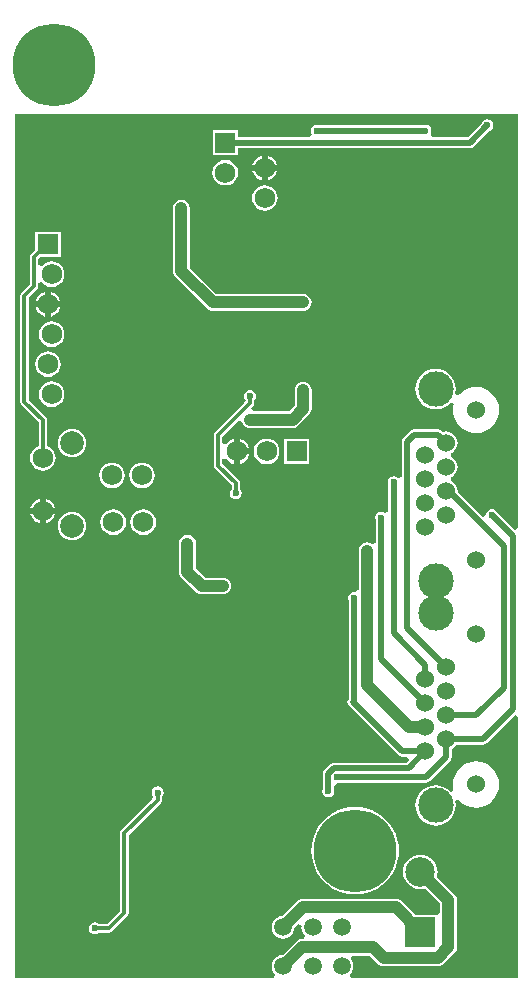
<source format=gbl>
G04*
G04 #@! TF.GenerationSoftware,Altium Limited,Altium Designer,20.0.11 (256)*
G04*
G04 Layer_Physical_Order=2*
G04 Layer_Color=16711680*
%FSLAX25Y25*%
%MOIN*%
G70*
G01*
G75*
%ADD68C,0.01968*%
%ADD69C,0.03937*%
%ADD70C,0.01181*%
%ADD72C,0.06890*%
%ADD73R,0.06890X0.06890*%
%ADD74R,0.09843X0.09843*%
%ADD75C,0.09843*%
%ADD76R,0.06890X0.06890*%
%ADD77C,0.05906*%
%ADD78C,0.07874*%
%ADD79C,0.06000*%
%ADD80C,0.11811*%
%ADD81C,0.27559*%
%ADD82C,0.02362*%
%ADD83C,0.03937*%
G36*
X168489Y150698D02*
X167307Y150209D01*
X161635Y155881D01*
X161618Y155966D01*
X161183Y156617D01*
X160532Y157052D01*
X159764Y157205D01*
X158996Y157052D01*
X158345Y156617D01*
X157910Y155966D01*
X157757Y155198D01*
X157773Y155114D01*
X156685Y154532D01*
X148271Y162946D01*
X148308Y163229D01*
X148178Y164218D01*
X147796Y165139D01*
X147189Y165930D01*
X146398Y166537D01*
X146233Y166606D01*
Y167884D01*
X146398Y167952D01*
X147189Y168560D01*
X147796Y169351D01*
X148178Y170272D01*
X148308Y171261D01*
X148178Y172249D01*
X147796Y173171D01*
X147189Y173962D01*
X146398Y174569D01*
X146233Y174637D01*
Y175916D01*
X146398Y175984D01*
X147189Y176591D01*
X147796Y177382D01*
X148178Y178304D01*
X148308Y179292D01*
X148178Y180281D01*
X147796Y181202D01*
X147189Y181993D01*
X146398Y182600D01*
X145477Y182982D01*
X144488Y183112D01*
X143500Y182982D01*
X143396Y182939D01*
X143167Y183168D01*
X142581Y183560D01*
X141890Y183697D01*
X133858D01*
X133167Y183560D01*
X132581Y183168D01*
X130219Y180806D01*
X129827Y180220D01*
X129690Y179528D01*
Y167739D01*
X128509Y167381D01*
X128388Y167562D01*
X127737Y167997D01*
X126969Y168150D01*
X126200Y167997D01*
X125549Y167562D01*
X125114Y166911D01*
X124961Y166143D01*
X125114Y165375D01*
X125162Y165303D01*
Y156456D01*
X124922Y156270D01*
X123981Y155933D01*
X123603Y156186D01*
X122835Y156339D01*
X122067Y156186D01*
X121415Y155751D01*
X120980Y155100D01*
X120828Y154332D01*
X120980Y153563D01*
X121028Y153492D01*
Y145972D01*
X120643Y145689D01*
X119847Y145449D01*
X119500Y145715D01*
X118830Y145993D01*
X118110Y146088D01*
X117391Y145993D01*
X116720Y145715D01*
X116145Y145273D01*
X115703Y144698D01*
X115425Y144027D01*
X115331Y143308D01*
Y130311D01*
X115132Y130083D01*
X114149Y129493D01*
X113779Y129566D01*
X113012Y129413D01*
X112360Y128978D01*
X111925Y128327D01*
X111773Y127559D01*
X111925Y126791D01*
X111973Y126719D01*
Y93989D01*
X111717Y93606D01*
X111580Y92914D01*
X111717Y92223D01*
X112109Y91637D01*
X128644Y75102D01*
X129230Y74710D01*
X129921Y74572D01*
X131576D01*
X132028Y73481D01*
X131220Y72673D01*
X107241D01*
X106550Y72536D01*
X105964Y72144D01*
X103944Y70124D01*
X103552Y69538D01*
X103415Y68847D01*
Y63938D01*
X103367Y63867D01*
X103214Y63099D01*
X103367Y62331D01*
X103802Y61680D01*
X104453Y61244D01*
X105221Y61092D01*
X105990Y61244D01*
X106641Y61680D01*
X107076Y62331D01*
X107229Y63099D01*
X107076Y63867D01*
X107028Y63938D01*
Y64866D01*
X108209Y65722D01*
X108268Y65710D01*
X109036Y65863D01*
X109107Y65911D01*
X137835D01*
X138526Y66049D01*
X139112Y66440D01*
X145765Y73094D01*
X146157Y73680D01*
X146295Y74371D01*
Y77043D01*
X146398Y77086D01*
X147189Y77693D01*
X147796Y78484D01*
X147839Y78588D01*
X156772D01*
X157463Y78726D01*
X158049Y79117D01*
X167307Y88376D01*
X168489Y87887D01*
Y803D01*
X112816D01*
X112415Y1984D01*
X112510Y2057D01*
X113110Y2838D01*
X113486Y3748D01*
X113615Y4724D01*
X113486Y5701D01*
X113110Y6611D01*
X112762Y7063D01*
X113171Y8125D01*
X113278Y8244D01*
X118927D01*
X121657Y5515D01*
X122232Y5073D01*
X122903Y4795D01*
X123622Y4701D01*
X141732D01*
X142452Y4795D01*
X143122Y5073D01*
X143698Y5515D01*
X147241Y9058D01*
X147683Y9634D01*
X147960Y10304D01*
X148055Y11024D01*
Y26850D01*
X147960Y27570D01*
X147683Y28240D01*
X147241Y28816D01*
X141398Y34659D01*
X141532Y35101D01*
X141642Y36220D01*
X141532Y37340D01*
X141205Y38416D01*
X140675Y39407D01*
X139962Y40277D01*
X139092Y40990D01*
X138101Y41520D01*
X137025Y41846D01*
X135906Y41957D01*
X134786Y41846D01*
X133710Y41520D01*
X132719Y40990D01*
X131849Y40277D01*
X131136Y39407D01*
X130606Y38416D01*
X130279Y37340D01*
X130169Y36220D01*
X130279Y35101D01*
X130606Y34025D01*
X131136Y33034D01*
X131849Y32164D01*
X132719Y31451D01*
X133710Y30921D01*
X134786Y30594D01*
X135906Y30484D01*
X137025Y30594D01*
X137467Y30728D01*
X142496Y25699D01*
Y22652D01*
X141614Y21929D01*
X134128D01*
X129682Y26375D01*
X129106Y26817D01*
X128436Y27094D01*
X127717Y27189D01*
X96850D01*
X96131Y27094D01*
X95461Y26817D01*
X94885Y26375D01*
X89975Y21465D01*
X89181Y21360D01*
X88271Y20983D01*
X87490Y20384D01*
X86891Y19603D01*
X86514Y18693D01*
X86385Y17717D01*
X86514Y16740D01*
X86891Y15830D01*
X87490Y15049D01*
X88271Y14449D01*
X89181Y14073D01*
X90158Y13944D01*
X91134Y14073D01*
X92044Y14449D01*
X92825Y15049D01*
X93424Y15830D01*
X93801Y16740D01*
X93906Y17534D01*
X95180Y18808D01*
X96299Y18256D01*
X96228Y17717D01*
X96356Y16740D01*
X96733Y15830D01*
X97333Y15049D01*
X97417Y14984D01*
X97016Y13803D01*
X96457D01*
X95737Y13709D01*
X95067Y13431D01*
X94491Y12989D01*
X89975Y8473D01*
X89181Y8368D01*
X88271Y7991D01*
X87490Y7392D01*
X86891Y6611D01*
X86514Y5701D01*
X86385Y4724D01*
X86514Y3748D01*
X86891Y2838D01*
X87490Y2057D01*
X87585Y1984D01*
X87184Y803D01*
X803D01*
X803Y288976D01*
X168489D01*
X168489Y150698D01*
D02*
G37*
%LPC*%
G36*
X158268Y287046D02*
X157500Y286894D01*
X156849Y286459D01*
X156413Y285807D01*
X156397Y285723D01*
X151771Y281098D01*
X139858D01*
X139305Y282279D01*
X139453Y282500D01*
X139605Y283268D01*
X139453Y284036D01*
X139018Y284687D01*
X138366Y285122D01*
X137598Y285275D01*
X136830Y285122D01*
X136759Y285074D01*
X102308D01*
X102236Y285122D01*
X101468Y285275D01*
X100700Y285122D01*
X100049Y284687D01*
X99614Y284036D01*
X99461Y283268D01*
X99614Y282500D01*
X99761Y282279D01*
X99209Y281098D01*
X75098D01*
Y283524D01*
X66634D01*
Y275059D01*
X75098D01*
Y277485D01*
X152520Y277485D01*
X153211Y277623D01*
X153797Y278014D01*
X158951Y283168D01*
X159036Y283185D01*
X159687Y283620D01*
X160122Y284271D01*
X160275Y285039D01*
X160122Y285807D01*
X159687Y286459D01*
X159036Y286894D01*
X158268Y287046D01*
D02*
G37*
G36*
X85039Y275009D02*
Y271854D01*
X88194D01*
X88178Y271974D01*
X87752Y273004D01*
X87074Y273888D01*
X86190Y274566D01*
X85160Y274993D01*
X85039Y275009D01*
D02*
G37*
G36*
X83071D02*
X82950Y274993D01*
X81921Y274566D01*
X81037Y273888D01*
X80358Y273004D01*
X79932Y271974D01*
X79916Y271854D01*
X83071D01*
Y275009D01*
D02*
G37*
G36*
X88194Y269885D02*
X85039D01*
Y266730D01*
X85160Y266746D01*
X86190Y267173D01*
X87074Y267851D01*
X87752Y268735D01*
X88178Y269765D01*
X88194Y269885D01*
D02*
G37*
G36*
X83071D02*
X79916D01*
X79932Y269765D01*
X80358Y268735D01*
X81037Y267851D01*
X81921Y267173D01*
X82950Y266746D01*
X83071Y266730D01*
Y269885D01*
D02*
G37*
G36*
X70866Y273560D02*
X69761Y273415D01*
X68732Y272988D01*
X67848Y272310D01*
X67169Y271426D01*
X66743Y270396D01*
X66597Y269291D01*
X66743Y268186D01*
X67169Y267157D01*
X67848Y266273D01*
X68732Y265595D01*
X69761Y265168D01*
X70866Y265022D01*
X71971Y265168D01*
X73001Y265595D01*
X73885Y266273D01*
X74563Y267157D01*
X74989Y268186D01*
X75135Y269291D01*
X74989Y270396D01*
X74563Y271426D01*
X73885Y272310D01*
X73001Y272988D01*
X71971Y273415D01*
X70866Y273560D01*
D02*
G37*
G36*
X84055Y265138D02*
X82950Y264993D01*
X81921Y264566D01*
X81037Y263888D01*
X80358Y263004D01*
X79932Y261974D01*
X79786Y260870D01*
X79932Y259765D01*
X80358Y258735D01*
X81037Y257851D01*
X81921Y257173D01*
X82950Y256746D01*
X84055Y256601D01*
X85160Y256746D01*
X86190Y257173D01*
X87074Y257851D01*
X87752Y258735D01*
X88178Y259765D01*
X88324Y260870D01*
X88178Y261974D01*
X87752Y263004D01*
X87074Y263888D01*
X86190Y264566D01*
X85160Y264993D01*
X84055Y265138D01*
D02*
G37*
G36*
X16043Y249665D02*
X7579D01*
Y243522D01*
X6093Y242037D01*
X5789Y241581D01*
X5682Y241043D01*
Y232078D01*
X2944Y229340D01*
X2639Y228884D01*
X2532Y228346D01*
Y192913D01*
X2639Y192376D01*
X2944Y191920D01*
X8654Y186209D01*
Y178212D01*
X7925Y177910D01*
X7041Y177231D01*
X6362Y176347D01*
X5936Y175317D01*
X5790Y174213D01*
X5936Y173108D01*
X6362Y172078D01*
X7041Y171194D01*
X7925Y170516D01*
X8954Y170089D01*
X10059Y169944D01*
X11164Y170089D01*
X12194Y170516D01*
X13078Y171194D01*
X13756Y172078D01*
X14182Y173108D01*
X14328Y174213D01*
X14182Y175317D01*
X13756Y176347D01*
X13078Y177231D01*
X12194Y177910D01*
X11464Y178212D01*
Y186791D01*
X11357Y187329D01*
X11052Y187785D01*
X5342Y193495D01*
Y227765D01*
X8080Y230503D01*
X8385Y230958D01*
X8492Y231496D01*
Y232406D01*
X9673Y232807D01*
X9974Y232415D01*
X10858Y231736D01*
X11887Y231310D01*
X12992Y231164D01*
X14097Y231310D01*
X15126Y231736D01*
X16011Y232415D01*
X16689Y233299D01*
X17116Y234328D01*
X17261Y235433D01*
X17116Y236538D01*
X16689Y237567D01*
X16011Y238452D01*
X15126Y239130D01*
X14097Y239556D01*
X12992Y239702D01*
X11887Y239556D01*
X10858Y239130D01*
X9974Y238452D01*
X9673Y238059D01*
X8492Y238460D01*
Y240461D01*
X9231Y241201D01*
X16043D01*
Y249665D01*
D02*
G37*
G36*
X12795Y229572D02*
Y226417D01*
X15950D01*
X15934Y226538D01*
X15508Y227568D01*
X14830Y228452D01*
X13945Y229130D01*
X12916Y229556D01*
X12795Y229572D01*
D02*
G37*
G36*
X10827Y229572D02*
X10706Y229556D01*
X9677Y229130D01*
X8793Y228452D01*
X8114Y227568D01*
X7688Y226538D01*
X7672Y226417D01*
X10827D01*
Y229572D01*
D02*
G37*
G36*
X56264Y260260D02*
X55545Y260165D01*
X54874Y259888D01*
X54299Y259446D01*
X53857Y258870D01*
X53579Y258200D01*
X53484Y257480D01*
Y236480D01*
X53579Y235761D01*
X53857Y235091D01*
X54299Y234515D01*
X64757Y224056D01*
X65333Y223615D01*
X66003Y223337D01*
X66723Y223242D01*
X96850D01*
X97570Y223337D01*
X98240Y223615D01*
X98816Y224056D01*
X99258Y224632D01*
X99535Y225303D01*
X99630Y226022D01*
X99535Y226741D01*
X99258Y227412D01*
X98816Y227988D01*
X98240Y228429D01*
X97570Y228707D01*
X96850Y228802D01*
X67874D01*
X59044Y237632D01*
Y257480D01*
X58949Y258200D01*
X58671Y258870D01*
X58230Y259446D01*
X57654Y259888D01*
X56983Y260165D01*
X56264Y260260D01*
D02*
G37*
G36*
X15950Y224449D02*
X12795D01*
Y221294D01*
X12916Y221310D01*
X13945Y221736D01*
X14830Y222415D01*
X15508Y223299D01*
X15934Y224328D01*
X15950Y224449D01*
D02*
G37*
G36*
X10827D02*
X7672D01*
X7688Y224328D01*
X8114Y223299D01*
X8793Y222415D01*
X9677Y221736D01*
X10706Y221310D01*
X10827Y221294D01*
Y224449D01*
D02*
G37*
G36*
X12992Y219702D02*
X11887Y219556D01*
X10858Y219130D01*
X9974Y218452D01*
X9295Y217567D01*
X8869Y216538D01*
X8723Y215433D01*
X8869Y214328D01*
X9295Y213299D01*
X9974Y212415D01*
X10858Y211736D01*
X11887Y211310D01*
X12992Y211164D01*
X14097Y211310D01*
X15126Y211736D01*
X16011Y212415D01*
X16689Y213299D01*
X17116Y214328D01*
X17261Y215433D01*
X17116Y216538D01*
X16689Y217567D01*
X16011Y218452D01*
X15126Y219130D01*
X14097Y219556D01*
X12992Y219702D01*
D02*
G37*
G36*
X11811Y209702D02*
X10706Y209556D01*
X9677Y209130D01*
X8793Y208452D01*
X8114Y207568D01*
X7688Y206538D01*
X7542Y205433D01*
X7688Y204328D01*
X8114Y203299D01*
X8793Y202415D01*
X9677Y201736D01*
X10706Y201310D01*
X11811Y201164D01*
X12916Y201310D01*
X13945Y201736D01*
X14830Y202415D01*
X15508Y203299D01*
X15934Y204328D01*
X16080Y205433D01*
X15934Y206538D01*
X15508Y207568D01*
X14830Y208452D01*
X13945Y209130D01*
X12916Y209556D01*
X11811Y209702D01*
D02*
G37*
G36*
X12992Y199702D02*
X11887Y199556D01*
X10858Y199130D01*
X9974Y198452D01*
X9295Y197567D01*
X8869Y196538D01*
X8723Y195433D01*
X8869Y194328D01*
X9295Y193299D01*
X9974Y192415D01*
X10858Y191736D01*
X11887Y191310D01*
X12992Y191164D01*
X14097Y191310D01*
X15126Y191736D01*
X16011Y192415D01*
X16689Y193299D01*
X17116Y194328D01*
X17261Y195433D01*
X17116Y196538D01*
X16689Y197567D01*
X16011Y198452D01*
X15126Y199130D01*
X14097Y199556D01*
X12992Y199702D01*
D02*
G37*
G36*
X96850Y199630D02*
X96131Y199535D01*
X95460Y199258D01*
X94885Y198816D01*
X94443Y198240D01*
X94165Y197570D01*
X94071Y196850D01*
Y191702D01*
X92156Y189788D01*
X80059D01*
X79570Y190969D01*
X80127Y191526D01*
X80432Y191982D01*
X80539Y192520D01*
Y193453D01*
X80553Y193463D01*
X80988Y194114D01*
X81141Y194882D01*
X80988Y195650D01*
X80553Y196301D01*
X79902Y196736D01*
X79134Y196889D01*
X78366Y196736D01*
X77715Y196301D01*
X77280Y195650D01*
X77127Y194882D01*
X77280Y194114D01*
X77715Y193463D01*
X77094Y192467D01*
X67510Y182883D01*
X67206Y182427D01*
X67099Y181890D01*
Y171653D01*
X67206Y171116D01*
X67510Y170660D01*
X73005Y165166D01*
Y163830D01*
X72990Y163821D01*
X72555Y163170D01*
X72402Y162402D01*
X72555Y161634D01*
X72990Y160982D01*
X73641Y160547D01*
X74409Y160395D01*
X75178Y160547D01*
X75829Y160982D01*
X76264Y161634D01*
X76416Y162402D01*
X76264Y163170D01*
X75829Y163821D01*
X75814Y163830D01*
Y165748D01*
X75707Y166286D01*
X75403Y166742D01*
X69909Y172236D01*
Y173740D01*
X70381Y173969D01*
X71090Y174059D01*
X71627Y173359D01*
X72511Y172681D01*
X73541Y172255D01*
X73662Y172239D01*
Y176378D01*
Y180517D01*
X73541Y180501D01*
X72511Y180075D01*
X71627Y179396D01*
X71090Y178696D01*
X70381Y178787D01*
X69909Y179016D01*
Y181308D01*
X75156Y186555D01*
X75966Y186379D01*
X76434Y186163D01*
X76660Y185618D01*
X77102Y185042D01*
X77678Y184601D01*
X78348Y184323D01*
X79067Y184228D01*
X93307D01*
X94026Y184323D01*
X94697Y184601D01*
X95273Y185042D01*
X98816Y188586D01*
X99258Y189161D01*
X99535Y189832D01*
X99630Y190551D01*
Y196850D01*
X99535Y197570D01*
X99258Y198240D01*
X98816Y198816D01*
X98240Y199258D01*
X97570Y199535D01*
X96850Y199630D01*
D02*
G37*
G36*
X140984Y203931D02*
X139672Y203802D01*
X138411Y203419D01*
X137248Y202798D01*
X136229Y201961D01*
X135392Y200942D01*
X134771Y199779D01*
X134388Y198518D01*
X134259Y197206D01*
X134388Y195894D01*
X134771Y194632D01*
X135392Y193469D01*
X136229Y192450D01*
X137248Y191614D01*
X138411Y190992D01*
X139672Y190610D01*
X140984Y190480D01*
X142296Y190610D01*
X143558Y190992D01*
X144721Y191614D01*
X145740Y192450D01*
X146017Y192788D01*
X147079Y192220D01*
X146922Y191703D01*
X146774Y190198D01*
X146922Y188693D01*
X147361Y187246D01*
X148074Y185912D01*
X149033Y184743D01*
X150202Y183783D01*
X151536Y183071D01*
X152983Y182632D01*
X154488Y182483D01*
X155993Y182632D01*
X157440Y183071D01*
X158774Y183783D01*
X159943Y184743D01*
X160902Y185912D01*
X161615Y187246D01*
X162054Y188693D01*
X162203Y190198D01*
X162054Y191703D01*
X161615Y193150D01*
X160902Y194483D01*
X159943Y195652D01*
X158774Y196612D01*
X157440Y197325D01*
X155993Y197764D01*
X154488Y197912D01*
X152983Y197764D01*
X151536Y197325D01*
X150202Y196612D01*
X149033Y195652D01*
X148570Y195088D01*
X147508Y195656D01*
X147580Y195894D01*
X147710Y197206D01*
X147580Y198518D01*
X147198Y199779D01*
X146576Y200942D01*
X145740Y201961D01*
X144721Y202798D01*
X143558Y203419D01*
X142296Y203802D01*
X140984Y203931D01*
D02*
G37*
G36*
X75630Y180517D02*
Y177362D01*
X78785D01*
X78769Y177483D01*
X78343Y178512D01*
X77664Y179396D01*
X76780Y180075D01*
X75750Y180501D01*
X75630Y180517D01*
D02*
G37*
G36*
X19862Y183901D02*
X18936Y183810D01*
X18045Y183539D01*
X17225Y183101D01*
X16505Y182510D01*
X15915Y181791D01*
X15476Y180970D01*
X15206Y180080D01*
X15115Y179154D01*
X15206Y178227D01*
X15476Y177337D01*
X15915Y176516D01*
X16505Y175797D01*
X17225Y175206D01*
X18045Y174768D01*
X18936Y174497D01*
X19862Y174406D01*
X20788Y174497D01*
X21679Y174768D01*
X22500Y175206D01*
X23219Y175797D01*
X23809Y176516D01*
X24248Y177337D01*
X24518Y178227D01*
X24610Y179154D01*
X24518Y180080D01*
X24248Y180970D01*
X23809Y181791D01*
X23219Y182510D01*
X22500Y183101D01*
X21679Y183539D01*
X20788Y183810D01*
X19862Y183901D01*
D02*
G37*
G36*
X78785Y175394D02*
X75630D01*
Y172239D01*
X75750Y172255D01*
X76780Y172681D01*
X77664Y173359D01*
X78343Y174244D01*
X78769Y175273D01*
X78785Y175394D01*
D02*
G37*
G36*
X98878Y180610D02*
X90413D01*
Y172146D01*
X98878D01*
Y180610D01*
D02*
G37*
G36*
X84646Y180647D02*
X83541Y180501D01*
X82511Y180075D01*
X81627Y179396D01*
X80949Y178512D01*
X80522Y177483D01*
X80377Y176378D01*
X80522Y175273D01*
X80949Y174244D01*
X81627Y173359D01*
X82511Y172681D01*
X83541Y172255D01*
X84646Y172109D01*
X85751Y172255D01*
X86780Y172681D01*
X87664Y173359D01*
X88343Y174244D01*
X88769Y175273D01*
X88915Y176378D01*
X88769Y177483D01*
X88343Y178512D01*
X87664Y179396D01*
X86780Y180075D01*
X85751Y180501D01*
X84646Y180647D01*
D02*
G37*
G36*
X43133Y172618D02*
X42028Y172473D01*
X40999Y172047D01*
X40115Y171368D01*
X39436Y170484D01*
X39010Y169455D01*
X38864Y168350D01*
X39010Y167245D01*
X39436Y166215D01*
X40115Y165331D01*
X40999Y164653D01*
X42028Y164226D01*
X43133Y164081D01*
X44238Y164226D01*
X45267Y164653D01*
X46152Y165331D01*
X46830Y166215D01*
X47256Y167245D01*
X47402Y168350D01*
X47256Y169455D01*
X46830Y170484D01*
X46152Y171368D01*
X45267Y172047D01*
X44238Y172473D01*
X43133Y172618D01*
D02*
G37*
G36*
X33133D02*
X32028Y172473D01*
X30999Y172047D01*
X30114Y171368D01*
X29436Y170484D01*
X29010Y169455D01*
X28864Y168350D01*
X29010Y167245D01*
X29436Y166215D01*
X30114Y165331D01*
X30999Y164653D01*
X32028Y164226D01*
X33133Y164081D01*
X34238Y164226D01*
X35267Y164653D01*
X36151Y165331D01*
X36830Y166215D01*
X37256Y167245D01*
X37402Y168350D01*
X37256Y169455D01*
X36830Y170484D01*
X36151Y171368D01*
X35267Y172047D01*
X34238Y172473D01*
X33133Y172618D01*
D02*
G37*
G36*
X11043Y160635D02*
Y157480D01*
X14198D01*
X14182Y157601D01*
X13756Y158630D01*
X13078Y159515D01*
X12194Y160193D01*
X11164Y160619D01*
X11043Y160635D01*
D02*
G37*
G36*
X9075D02*
X8954Y160619D01*
X7925Y160193D01*
X7041Y159515D01*
X6362Y158630D01*
X5936Y157601D01*
X5920Y157480D01*
X9075D01*
Y160635D01*
D02*
G37*
G36*
Y155512D02*
X5920D01*
X5936Y155391D01*
X6362Y154362D01*
X7041Y153478D01*
X7925Y152799D01*
X8954Y152373D01*
X9075Y152357D01*
Y155512D01*
D02*
G37*
G36*
X14198D02*
X11043D01*
Y152357D01*
X11164Y152373D01*
X12194Y152799D01*
X13078Y153478D01*
X13756Y154362D01*
X14182Y155391D01*
X14198Y155512D01*
D02*
G37*
G36*
X43543Y157025D02*
X42439Y156879D01*
X41409Y156453D01*
X40525Y155774D01*
X39846Y154890D01*
X39420Y153861D01*
X39274Y152756D01*
X39420Y151651D01*
X39846Y150621D01*
X40525Y149737D01*
X41409Y149059D01*
X42439Y148633D01*
X43543Y148487D01*
X44648Y148633D01*
X45678Y149059D01*
X46562Y149737D01*
X47240Y150621D01*
X47667Y151651D01*
X47812Y152756D01*
X47667Y153861D01*
X47240Y154890D01*
X46562Y155774D01*
X45678Y156453D01*
X44648Y156879D01*
X43543Y157025D01*
D02*
G37*
G36*
X33543D02*
X32438Y156879D01*
X31409Y156453D01*
X30525Y155774D01*
X29846Y154890D01*
X29420Y153861D01*
X29274Y152756D01*
X29420Y151651D01*
X29846Y150621D01*
X30525Y149737D01*
X31409Y149059D01*
X32438Y148633D01*
X33543Y148487D01*
X34648Y148633D01*
X35678Y149059D01*
X36562Y149737D01*
X37240Y150621D01*
X37667Y151651D01*
X37812Y152756D01*
X37667Y153861D01*
X37240Y154890D01*
X36562Y155774D01*
X35678Y156453D01*
X34648Y156879D01*
X33543Y157025D01*
D02*
G37*
G36*
X19862Y156302D02*
X18936Y156211D01*
X18045Y155941D01*
X17225Y155502D01*
X16505Y154912D01*
X15915Y154193D01*
X15476Y153372D01*
X15206Y152481D01*
X15115Y151555D01*
X15206Y150629D01*
X15476Y149738D01*
X15915Y148918D01*
X16505Y148198D01*
X17225Y147608D01*
X18045Y147169D01*
X18936Y146899D01*
X19862Y146808D01*
X20788Y146899D01*
X21679Y147169D01*
X22500Y147608D01*
X23219Y148198D01*
X23809Y148918D01*
X24248Y149738D01*
X24518Y150629D01*
X24610Y151555D01*
X24518Y152481D01*
X24248Y153372D01*
X23809Y154193D01*
X23219Y154912D01*
X22500Y155502D01*
X21679Y155941D01*
X20788Y156211D01*
X19862Y156302D01*
D02*
G37*
G36*
X58268Y148449D02*
X57548Y148354D01*
X56878Y148077D01*
X56302Y147635D01*
X55861Y147059D01*
X55583Y146389D01*
X55488Y145669D01*
Y136240D01*
X55583Y135521D01*
X55861Y134850D01*
X56302Y134275D01*
X61007Y129570D01*
X61583Y129128D01*
X62253Y128850D01*
X62972Y128756D01*
X70079D01*
X70798Y128850D01*
X71469Y129128D01*
X72044Y129570D01*
X72486Y130146D01*
X72764Y130816D01*
X72858Y131535D01*
X72764Y132255D01*
X72486Y132925D01*
X72044Y133501D01*
X71469Y133943D01*
X70798Y134220D01*
X70079Y134315D01*
X64124D01*
X61047Y137391D01*
Y145669D01*
X60953Y146389D01*
X60675Y147059D01*
X60233Y147635D01*
X59658Y148077D01*
X58987Y148354D01*
X58268Y148449D01*
D02*
G37*
G36*
X154488Y73109D02*
X152983Y72961D01*
X151536Y72522D01*
X150202Y71809D01*
X149033Y70849D01*
X148074Y69680D01*
X147361Y68347D01*
X146922Y66900D01*
X146774Y65395D01*
X146922Y63890D01*
X147079Y63372D01*
X146017Y62804D01*
X145740Y63142D01*
X144721Y63978D01*
X143558Y64600D01*
X142296Y64983D01*
X140984Y65112D01*
X139672Y64983D01*
X138411Y64600D01*
X137248Y63978D01*
X136229Y63142D01*
X135392Y62123D01*
X134771Y60960D01*
X134388Y59699D01*
X134259Y58387D01*
X134388Y57075D01*
X134771Y55813D01*
X135392Y54650D01*
X136229Y53631D01*
X137248Y52795D01*
X138411Y52173D01*
X139672Y51791D01*
X140984Y51661D01*
X142296Y51791D01*
X143558Y52173D01*
X144721Y52795D01*
X145740Y53631D01*
X146576Y54650D01*
X147198Y55813D01*
X147580Y57075D01*
X147710Y58387D01*
X147580Y59699D01*
X147508Y59936D01*
X148570Y60504D01*
X149033Y59940D01*
X150202Y58980D01*
X151536Y58267D01*
X152983Y57828D01*
X154488Y57680D01*
X155993Y57828D01*
X157440Y58267D01*
X158774Y58980D01*
X159943Y59940D01*
X160902Y61109D01*
X161615Y62442D01*
X162054Y63890D01*
X162203Y65395D01*
X162054Y66900D01*
X161615Y68347D01*
X160902Y69680D01*
X159943Y70849D01*
X158774Y71809D01*
X157440Y72522D01*
X155993Y72961D01*
X154488Y73109D01*
D02*
G37*
G36*
X114173Y57905D02*
X112268Y57780D01*
X110395Y57408D01*
X108587Y56794D01*
X106874Y55949D01*
X105286Y54889D01*
X103851Y53630D01*
X102592Y52194D01*
X101531Y50606D01*
X100686Y48894D01*
X100073Y47085D01*
X99700Y45213D01*
X99575Y43307D01*
X99700Y41402D01*
X100073Y39529D01*
X100686Y37721D01*
X101531Y36008D01*
X102592Y34420D01*
X103851Y32985D01*
X105286Y31726D01*
X106874Y30665D01*
X108587Y29820D01*
X110395Y29206D01*
X112268Y28834D01*
X114173Y28709D01*
X116079Y28834D01*
X117952Y29206D01*
X119760Y29820D01*
X121472Y30665D01*
X123060Y31726D01*
X124496Y32985D01*
X125755Y34420D01*
X126816Y36008D01*
X127660Y37721D01*
X128274Y39529D01*
X128647Y41402D01*
X128771Y43307D01*
X128647Y45213D01*
X128274Y47085D01*
X127660Y48894D01*
X126816Y50606D01*
X125755Y52194D01*
X124496Y53630D01*
X123060Y54889D01*
X121472Y55949D01*
X119760Y56794D01*
X117952Y57408D01*
X116079Y57780D01*
X114173Y57905D01*
D02*
G37*
G36*
X48366Y64684D02*
X47598Y64531D01*
X46947Y64096D01*
X46512Y63445D01*
X46359Y62677D01*
X46512Y61909D01*
X46947Y61258D01*
X46326Y60262D01*
X36251Y50186D01*
X35946Y49731D01*
X35839Y49193D01*
Y23062D01*
X31583Y18807D01*
X28830D01*
X28821Y18821D01*
X28170Y19256D01*
X27402Y19409D01*
X26634Y19256D01*
X25982Y18821D01*
X25547Y18170D01*
X25394Y17402D01*
X25547Y16634D01*
X25982Y15982D01*
X26634Y15547D01*
X27402Y15394D01*
X28170Y15547D01*
X28821Y15982D01*
X28830Y15997D01*
X32165D01*
X32703Y16104D01*
X33159Y16408D01*
X38238Y21487D01*
X38542Y21943D01*
X38649Y22480D01*
Y48611D01*
X49360Y59321D01*
X49664Y59777D01*
X49771Y60315D01*
Y61248D01*
X49785Y61258D01*
X50220Y61909D01*
X50373Y62677D01*
X50220Y63445D01*
X49785Y64096D01*
X49134Y64531D01*
X48366Y64684D01*
D02*
G37*
%LPD*%
D68*
X105221Y63099D02*
Y68847D01*
X107241Y70867D01*
X131968D01*
X108268Y67717D02*
X137835D01*
X113779Y93308D02*
Y127559D01*
X113386Y92914D02*
X113779Y93308D01*
X152520Y279291D02*
X158268Y285039D01*
X70866Y279291D02*
X152520Y279291D01*
X101468Y283268D02*
X137598D01*
X137835Y67717D02*
X144488Y74371D01*
X131968Y70867D02*
X137480Y76379D01*
X129921D02*
X137480D01*
X144488Y74371D02*
Y80395D01*
X131496Y179528D02*
X133858Y181891D01*
X131496Y117481D02*
Y179528D01*
Y117481D02*
X144488Y104489D01*
X122835Y107088D02*
Y154332D01*
X126969Y115709D02*
Y166143D01*
Y115709D02*
X137480Y105198D01*
X122835Y107088D02*
X137480Y92442D01*
X113386Y92914D02*
X129921Y76379D01*
X137480Y100473D02*
Y105198D01*
X141890Y181891D02*
X144488Y179292D01*
X133858Y181891D02*
X141890D01*
X159764Y155198D02*
X166929Y148032D01*
Y90552D02*
Y148032D01*
X156772Y80395D02*
X166929Y90552D01*
X144488Y80395D02*
X156772D01*
X163779Y97639D02*
Y144883D01*
X145433Y163229D02*
X163779Y144883D01*
X144488Y163229D02*
X145433D01*
X154567Y88426D02*
X163779Y97639D01*
X144488Y88426D02*
X154567D01*
D69*
X66723Y226022D02*
X96850D01*
X56264Y236480D02*
X66723Y226022D01*
X96457Y11024D02*
X120079D01*
X90158Y4724D02*
X96457Y11024D01*
X120079D02*
X123622Y7480D01*
X141732D01*
X145276Y11024D01*
Y26850D01*
X135906Y36220D02*
X145276Y26850D01*
X90158Y17717D02*
X96850Y24409D01*
X127717D01*
X135906Y16220D01*
X96850Y190551D02*
Y196850D01*
X93307Y187008D02*
X96850Y190551D01*
X79067Y187008D02*
X93307D01*
X56264Y236480D02*
Y257480D01*
X58268Y136240D02*
Y145669D01*
Y136240D02*
X62972Y131535D01*
X70079D01*
X118110Y98426D02*
Y143308D01*
Y98426D02*
X132126Y84410D01*
X137480D01*
D70*
X9075Y174212D02*
X9646Y174783D01*
X10059Y174213D02*
Y186791D01*
X3937Y192913D02*
X10059Y186791D01*
X3937Y192913D02*
Y228346D01*
X7087Y231496D01*
Y241043D01*
X11476Y245433D01*
X74409Y162402D02*
Y165748D01*
X68504Y171653D02*
X74409Y165748D01*
X68504Y171653D02*
Y181890D01*
X79134Y192520D01*
Y194882D01*
X48366Y60315D02*
Y62677D01*
X37244Y49193D02*
X48366Y60315D01*
X37244Y22480D02*
Y49193D01*
X32165Y17402D02*
X37244Y22480D01*
X27402Y17402D02*
X32165D01*
D72*
X12992Y195433D02*
D03*
X11811Y205433D02*
D03*
X12992Y215433D02*
D03*
X11811Y225433D02*
D03*
X12992Y235433D02*
D03*
X74646Y176378D02*
D03*
X84646D02*
D03*
X84055Y260870D02*
D03*
Y270869D02*
D03*
X33543Y152756D02*
D03*
X43543D02*
D03*
X33133Y168350D02*
D03*
X43133D02*
D03*
X70866Y269291D02*
D03*
X10059Y156496D02*
D03*
Y174213D02*
D03*
D73*
X11811Y245433D02*
D03*
X70866Y279291D02*
D03*
D74*
X135906Y16220D02*
D03*
D75*
Y36220D02*
D03*
D76*
X94646Y176378D02*
D03*
D77*
X109843Y4724D02*
D03*
X100000D02*
D03*
X90158D02*
D03*
X109843Y17717D02*
D03*
X100000D02*
D03*
X90158D02*
D03*
D78*
X19862Y151555D02*
D03*
Y179154D02*
D03*
D79*
X144488Y179292D02*
D03*
X137480Y175276D02*
D03*
X144488Y171261D02*
D03*
X137480Y167245D02*
D03*
X144488Y163229D02*
D03*
X137480Y159213D02*
D03*
X144488Y155198D02*
D03*
X137480Y151182D02*
D03*
X154488Y140198D02*
D03*
Y190198D02*
D03*
X144488Y104489D02*
D03*
X137480Y100473D02*
D03*
X144488Y96457D02*
D03*
X137480Y92442D02*
D03*
X144488Y88426D02*
D03*
X137480Y84410D02*
D03*
X144488Y80395D02*
D03*
X137480Y76379D02*
D03*
X154488Y65395D02*
D03*
Y115395D02*
D03*
D80*
X140984Y133190D02*
D03*
Y197206D02*
D03*
Y58387D02*
D03*
Y122402D02*
D03*
D81*
X13780Y305118D02*
D03*
X114173Y43307D02*
D03*
D82*
X105221Y63099D02*
D03*
X108268Y67717D02*
D03*
X96260Y51181D02*
D03*
X92520D02*
D03*
X88583D02*
D03*
X69359Y51968D02*
D03*
X60630Y52173D02*
D03*
X74803Y101378D02*
D03*
Y107283D02*
D03*
Y113189D02*
D03*
Y120079D02*
D03*
X2362Y8397D02*
D03*
Y14036D02*
D03*
Y19675D02*
D03*
Y25314D02*
D03*
Y30953D02*
D03*
Y36593D02*
D03*
Y42232D02*
D03*
Y47871D02*
D03*
Y53510D02*
D03*
Y59149D02*
D03*
Y64788D02*
D03*
Y70427D02*
D03*
Y76066D02*
D03*
Y81706D02*
D03*
Y87345D02*
D03*
Y92984D02*
D03*
Y98623D02*
D03*
Y104262D02*
D03*
Y109901D02*
D03*
Y115540D02*
D03*
Y121179D02*
D03*
Y126819D02*
D03*
X153937Y55604D02*
D03*
X150127D02*
D03*
X110630Y74353D02*
D03*
Y79992D02*
D03*
Y85631D02*
D03*
Y91270D02*
D03*
Y96909D02*
D03*
Y102548D02*
D03*
Y108187D02*
D03*
X113779Y127559D02*
D03*
X110630Y113827D02*
D03*
Y119466D02*
D03*
Y125105D02*
D03*
Y130744D02*
D03*
Y136383D02*
D03*
Y142022D02*
D03*
Y147661D02*
D03*
Y153300D02*
D03*
Y158940D02*
D03*
Y164579D02*
D03*
Y170218D02*
D03*
Y175857D02*
D03*
Y181496D02*
D03*
X114173Y185433D02*
D03*
X115748Y190169D02*
D03*
Y195808D02*
D03*
Y201448D02*
D03*
X34548Y266142D02*
D03*
Y274129D02*
D03*
X34541Y281496D02*
D03*
X115748Y213687D02*
D03*
Y219327D02*
D03*
Y224966D02*
D03*
Y230605D02*
D03*
Y236244D02*
D03*
Y241883D02*
D03*
Y247522D02*
D03*
Y253161D02*
D03*
Y258801D02*
D03*
Y264440D02*
D03*
Y270079D02*
D03*
Y275718D02*
D03*
Y286741D02*
D03*
X100787Y287402D02*
D03*
X92913Y287402D02*
D03*
X2362Y284879D02*
D03*
Y279240D02*
D03*
Y273601D02*
D03*
Y267962D02*
D03*
X5512Y287402D02*
D03*
X11024Y287402D02*
D03*
X16790D02*
D03*
X22429D02*
D03*
X27936Y287402D02*
D03*
X40945Y287402D02*
D03*
X45177D02*
D03*
X50787D02*
D03*
X56496D02*
D03*
X62205D02*
D03*
X67716D02*
D03*
X73228D02*
D03*
X79067D02*
D03*
X84646D02*
D03*
X104724Y287402D02*
D03*
X137598Y283268D02*
D03*
X101468D02*
D03*
X166929Y55604D02*
D03*
Y49965D02*
D03*
Y44326D02*
D03*
Y38686D02*
D03*
Y33047D02*
D03*
Y27408D02*
D03*
Y21769D02*
D03*
Y16130D02*
D03*
Y10491D02*
D03*
Y4852D02*
D03*
X163351Y2362D02*
D03*
X157712D02*
D03*
X152072D02*
D03*
X146433D02*
D03*
X140794D02*
D03*
X135155D02*
D03*
X129516D02*
D03*
X123877D02*
D03*
X118238D02*
D03*
X84460D02*
D03*
X78821D02*
D03*
X73181D02*
D03*
X67542D02*
D03*
X61903D02*
D03*
X56264D02*
D03*
X50625D02*
D03*
X44986D02*
D03*
X40157D02*
D03*
X33707D02*
D03*
X28068D02*
D03*
X22429D02*
D03*
X16790D02*
D03*
X11151D02*
D03*
X5512D02*
D03*
X2362Y132458D02*
D03*
Y138097D02*
D03*
Y143736D02*
D03*
Y149375D02*
D03*
Y155014D02*
D03*
Y160653D02*
D03*
Y166293D02*
D03*
Y171932D02*
D03*
Y177571D02*
D03*
Y183210D02*
D03*
Y188849D02*
D03*
Y234136D02*
D03*
Y239775D02*
D03*
Y245415D02*
D03*
Y251054D02*
D03*
Y256693D02*
D03*
Y262323D02*
D03*
X98425Y161417D02*
D03*
X94193Y166143D02*
D03*
X98425Y124409D02*
D03*
X102362Y131496D02*
D03*
X50591Y130709D02*
D03*
Y138819D02*
D03*
X158268Y285039D02*
D03*
X44094Y250748D02*
D03*
X49889Y257480D02*
D03*
X109449Y185039D02*
D03*
X103150D02*
D03*
X102362Y208661D02*
D03*
X90945D02*
D03*
X102362Y243701D02*
D03*
X74409Y162402D02*
D03*
X95472Y102362D02*
D03*
X89567D02*
D03*
X126969Y166143D02*
D03*
X122835Y154332D02*
D03*
X159764Y155198D02*
D03*
X58465Y46850D02*
D03*
X64567Y103150D02*
D03*
X49449Y22480D02*
D03*
X74803Y94488D02*
D03*
X92520Y100394D02*
D03*
X27402Y22480D02*
D03*
X45118D02*
D03*
X58465Y103150D02*
D03*
X7717Y15433D02*
D03*
X43543Y42992D02*
D03*
Y46535D02*
D03*
X51811Y50866D02*
D03*
X45807D02*
D03*
X71457Y46850D02*
D03*
X48661Y41024D02*
D03*
X75787Y144488D02*
D03*
X56496Y157480D02*
D03*
X40157Y177165D02*
D03*
Y185039D02*
D03*
X25984Y223228D02*
D03*
X23622Y234646D02*
D03*
X63386Y262992D02*
D03*
X79134Y194882D02*
D03*
X48366Y62677D02*
D03*
X27402Y17402D02*
D03*
D83*
X96850Y196850D02*
D03*
X56264Y257480D02*
D03*
X70079Y131535D02*
D03*
X58268Y145669D02*
D03*
X96850Y226022D02*
D03*
X79067Y187008D02*
D03*
X118110Y143308D02*
D03*
M02*

</source>
